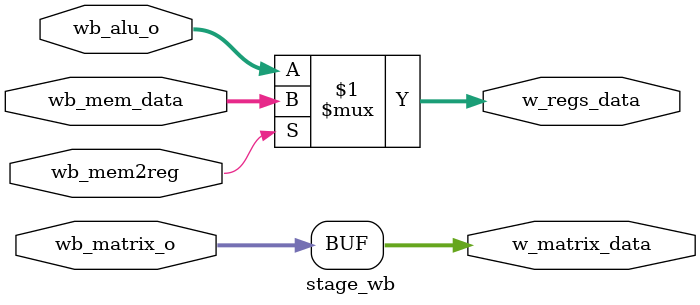
<source format=v>
module stage_wb(
    input  wire[31:0]  wb_mem_data,
    input  wire[31:0]  wb_alu_o,
    input  wire[127:0] wb_matrix_o,
    input  wire        wb_mem2reg,
    output wire[31:0]  w_regs_data,
    output wire[127:0] w_matrix_data
);

assign w_regs_data = wb_mem2reg ? wb_mem_data : wb_alu_o;
assign w_matrix_data = wb_matrix_o;

endmodule

</source>
